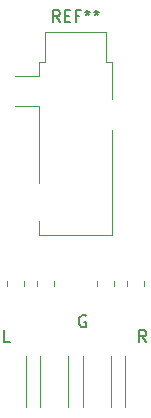
<source format=gbr>
%TF.GenerationSoftware,KiCad,Pcbnew,7.0.9*%
%TF.CreationDate,2023-12-20T10:12:01+01:00*%
%TF.ProjectId,DeHisser4IEM,44654869-7373-4657-9234-49454d2e6b69,rev?*%
%TF.SameCoordinates,PX77e7cd0PY40311b0*%
%TF.FileFunction,Legend,Top*%
%TF.FilePolarity,Positive*%
%FSLAX46Y46*%
G04 Gerber Fmt 4.6, Leading zero omitted, Abs format (unit mm)*
G04 Created by KiCad (PCBNEW 7.0.9) date 2023-12-20 10:12:01*
%MOMM*%
%LPD*%
G01*
G04 APERTURE LIST*
%ADD10C,0.150000*%
%ADD11C,0.120000*%
G04 APERTURE END LIST*
D10*
X7210588Y11242562D02*
X7115350Y11290181D01*
X7115350Y11290181D02*
X6972493Y11290181D01*
X6972493Y11290181D02*
X6829636Y11242562D01*
X6829636Y11242562D02*
X6734398Y11147324D01*
X6734398Y11147324D02*
X6686779Y11052086D01*
X6686779Y11052086D02*
X6639160Y10861610D01*
X6639160Y10861610D02*
X6639160Y10718753D01*
X6639160Y10718753D02*
X6686779Y10528277D01*
X6686779Y10528277D02*
X6734398Y10433039D01*
X6734398Y10433039D02*
X6829636Y10337800D01*
X6829636Y10337800D02*
X6972493Y10290181D01*
X6972493Y10290181D02*
X7067731Y10290181D01*
X7067731Y10290181D02*
X7210588Y10337800D01*
X7210588Y10337800D02*
X7258207Y10385420D01*
X7258207Y10385420D02*
X7258207Y10718753D01*
X7258207Y10718753D02*
X7067731Y10718753D01*
X12338207Y9020181D02*
X12004874Y9496372D01*
X11766779Y9020181D02*
X11766779Y10020181D01*
X11766779Y10020181D02*
X12147731Y10020181D01*
X12147731Y10020181D02*
X12242969Y9972562D01*
X12242969Y9972562D02*
X12290588Y9924943D01*
X12290588Y9924943D02*
X12338207Y9829705D01*
X12338207Y9829705D02*
X12338207Y9686848D01*
X12338207Y9686848D02*
X12290588Y9591610D01*
X12290588Y9591610D02*
X12242969Y9543991D01*
X12242969Y9543991D02*
X12147731Y9496372D01*
X12147731Y9496372D02*
X11766779Y9496372D01*
X812969Y9020181D02*
X336779Y9020181D01*
X336779Y9020181D02*
X336779Y10020181D01*
X5016666Y36115181D02*
X4683333Y36591372D01*
X4445238Y36115181D02*
X4445238Y37115181D01*
X4445238Y37115181D02*
X4826190Y37115181D01*
X4826190Y37115181D02*
X4921428Y37067562D01*
X4921428Y37067562D02*
X4969047Y37019943D01*
X4969047Y37019943D02*
X5016666Y36924705D01*
X5016666Y36924705D02*
X5016666Y36781848D01*
X5016666Y36781848D02*
X4969047Y36686610D01*
X4969047Y36686610D02*
X4921428Y36638991D01*
X4921428Y36638991D02*
X4826190Y36591372D01*
X4826190Y36591372D02*
X4445238Y36591372D01*
X5445238Y36638991D02*
X5778571Y36638991D01*
X5921428Y36115181D02*
X5445238Y36115181D01*
X5445238Y36115181D02*
X5445238Y37115181D01*
X5445238Y37115181D02*
X5921428Y37115181D01*
X6683333Y36638991D02*
X6350000Y36638991D01*
X6350000Y36115181D02*
X6350000Y37115181D01*
X6350000Y37115181D02*
X6826190Y37115181D01*
X7350000Y37115181D02*
X7350000Y36877086D01*
X7111905Y36972324D02*
X7350000Y36877086D01*
X7350000Y36877086D02*
X7588095Y36972324D01*
X7207143Y36686610D02*
X7350000Y36877086D01*
X7350000Y36877086D02*
X7492857Y36686610D01*
X8111905Y37115181D02*
X8111905Y36877086D01*
X7873810Y36972324D02*
X8111905Y36877086D01*
X8111905Y36877086D02*
X8350000Y36972324D01*
X7969048Y36686610D02*
X8111905Y36877086D01*
X8111905Y36877086D02*
X8254762Y36686610D01*
D11*
%TO.C,REF\u002A\u002A*%
X535000Y13742936D02*
X535000Y14197064D01*
X2005000Y13742936D02*
X2005000Y14197064D01*
X6960000Y7830000D02*
X6960000Y3500000D01*
X3360000Y7830000D02*
X3360000Y3500000D01*
X10560000Y7830000D02*
X10560000Y3500000D01*
X5740000Y7830000D02*
X5740000Y3500000D01*
X9340000Y7830000D02*
X9340000Y3500000D01*
X2140000Y7830000D02*
X2140000Y3500000D01*
X8155000Y13742936D02*
X8155000Y14197064D01*
X9625000Y13742936D02*
X9625000Y14197064D01*
X3075000Y13742936D02*
X3075000Y14197064D01*
X4545000Y13742936D02*
X4545000Y14197064D01*
X10695000Y13742936D02*
X10695000Y14197064D01*
X12165000Y13742936D02*
X12165000Y14197064D01*
X8950000Y35270000D02*
X8950000Y32770000D01*
X9450000Y26970000D02*
X9450000Y18070000D01*
X9450000Y18070000D02*
X3250000Y18070000D01*
X3250000Y28970000D02*
X1250000Y28970000D01*
X3250000Y18070000D02*
X3250000Y19270000D01*
X3250000Y31570000D02*
X3250000Y32770000D01*
X3750000Y32770000D02*
X3750000Y35270000D01*
X9450000Y32770000D02*
X9450000Y29570000D01*
X3250000Y22470000D02*
X3250000Y28970000D01*
X3250000Y31570000D02*
X1250000Y31570000D01*
X8950000Y32770000D02*
X9450000Y32770000D01*
X3250000Y32770000D02*
X3750000Y32770000D01*
X3750000Y35270000D02*
X8950000Y35270000D01*
%TD*%
M02*

</source>
